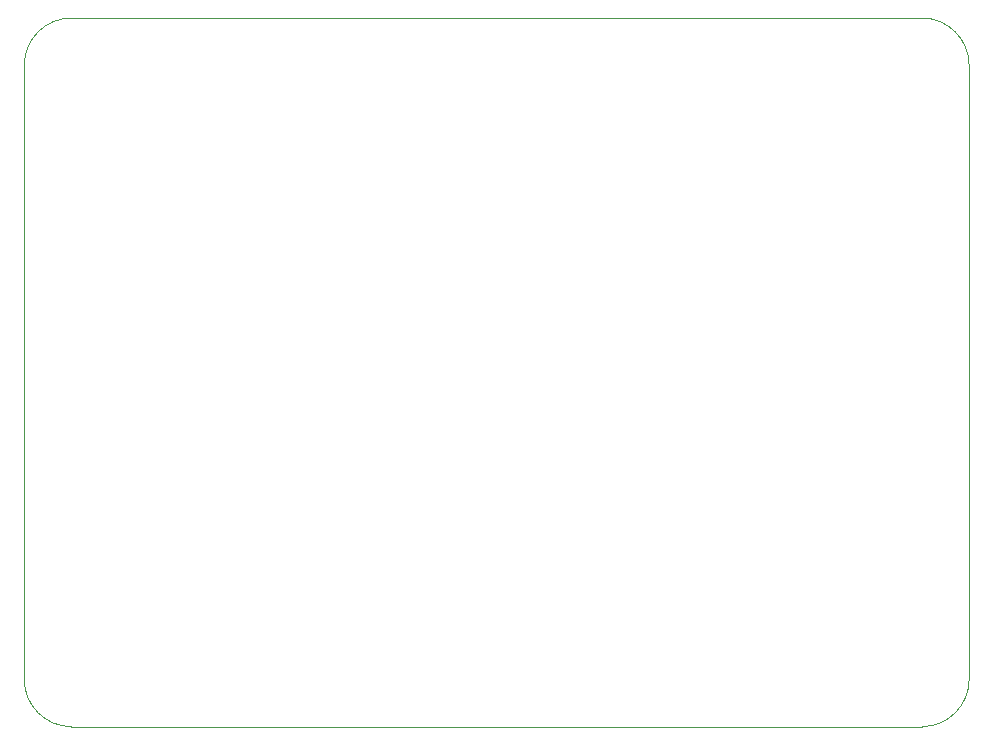
<source format=gbr>
%TF.GenerationSoftware,KiCad,Pcbnew,9.0.6-9.0.6~ubuntu22.04.1*%
%TF.CreationDate,2025-12-31T09:15:04+09:00*%
%TF.ProjectId,GN10Mainboard,474e3130-4d61-4696-9e62-6f6172642e6b,rev?*%
%TF.SameCoordinates,Original*%
%TF.FileFunction,Profile,NP*%
%FSLAX46Y46*%
G04 Gerber Fmt 4.6, Leading zero omitted, Abs format (unit mm)*
G04 Created by KiCad (PCBNEW 9.0.6-9.0.6~ubuntu22.04.1) date 2025-12-31 09:15:04*
%MOMM*%
%LPD*%
G01*
G04 APERTURE LIST*
%TA.AperFunction,Profile*%
%ADD10C,0.100000*%
%TD*%
G04 APERTURE END LIST*
D10*
X130000000Y-146000000D02*
X130000000Y-94000000D01*
X134000000Y-90000000D02*
X206000000Y-90000000D01*
X134000000Y-150000000D02*
G75*
G02*
X130000000Y-146000000I0J4000000D01*
G01*
X210000000Y-146000000D02*
G75*
G02*
X206000000Y-150000000I-4000000J0D01*
G01*
X206000000Y-90000000D02*
G75*
G02*
X210000000Y-94000000I0J-4000000D01*
G01*
X130000000Y-94000000D02*
G75*
G02*
X134000000Y-90000000I4000000J0D01*
G01*
X210000000Y-94000000D02*
X210000000Y-146000000D01*
X206000000Y-150000000D02*
X134000000Y-150000000D01*
M02*

</source>
